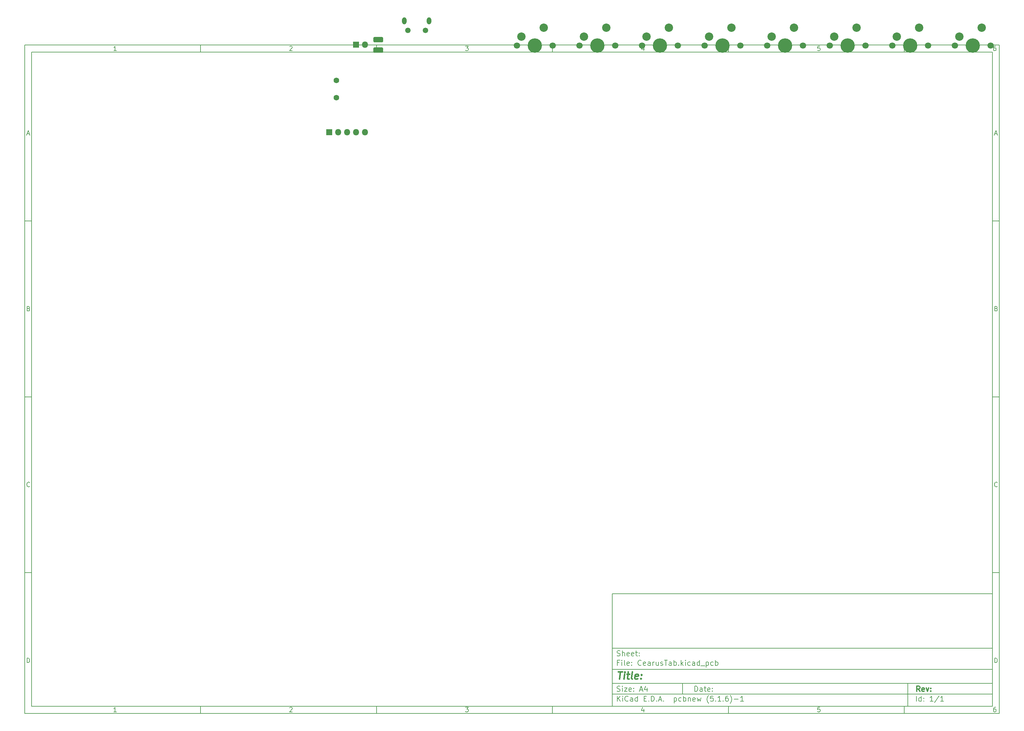
<source format=gbr>
%TF.GenerationSoftware,KiCad,Pcbnew,(5.1.6)-1*%
%TF.CreationDate,2021-02-12T14:30:02+03:00*%
%TF.ProjectId,CearusTab,43656172-7573-4546-9162-2e6b69636164,rev?*%
%TF.SameCoordinates,Original*%
%TF.FileFunction,Soldermask,Bot*%
%TF.FilePolarity,Negative*%
%FSLAX46Y46*%
G04 Gerber Fmt 4.6, Leading zero omitted, Abs format (unit mm)*
G04 Created by KiCad (PCBNEW (5.1.6)-1) date 2021-02-12 14:30:02*
%MOMM*%
%LPD*%
G01*
G04 APERTURE LIST*
%ADD10C,0.100000*%
%ADD11C,0.150000*%
%ADD12C,0.300000*%
%ADD13C,0.400000*%
%ADD14C,1.600000*%
%ADD15O,1.800000X1.800000*%
%ADD16R,1.800000X1.800000*%
%ADD17C,2.386000*%
%ADD18C,4.087800*%
%ADD19C,1.801800*%
%ADD20O,1.300000X2.000000*%
%ADD21C,1.550000*%
G04 APERTURE END LIST*
D10*
D11*
X177002200Y-166007200D02*
X177002200Y-198007200D01*
X285002200Y-198007200D01*
X285002200Y-166007200D01*
X177002200Y-166007200D01*
D10*
D11*
X10000000Y-10000000D02*
X10000000Y-200007200D01*
X287002200Y-200007200D01*
X287002200Y-10000000D01*
X10000000Y-10000000D01*
D10*
D11*
X12000000Y-12000000D02*
X12000000Y-198007200D01*
X285002200Y-198007200D01*
X285002200Y-12000000D01*
X12000000Y-12000000D01*
D10*
D11*
X60000000Y-12000000D02*
X60000000Y-10000000D01*
D10*
D11*
X110000000Y-12000000D02*
X110000000Y-10000000D01*
D10*
D11*
X160000000Y-12000000D02*
X160000000Y-10000000D01*
D10*
D11*
X210000000Y-12000000D02*
X210000000Y-10000000D01*
D10*
D11*
X260000000Y-12000000D02*
X260000000Y-10000000D01*
D10*
D11*
X36065476Y-11588095D02*
X35322619Y-11588095D01*
X35694047Y-11588095D02*
X35694047Y-10288095D01*
X35570238Y-10473809D01*
X35446428Y-10597619D01*
X35322619Y-10659523D01*
D10*
D11*
X85322619Y-10411904D02*
X85384523Y-10350000D01*
X85508333Y-10288095D01*
X85817857Y-10288095D01*
X85941666Y-10350000D01*
X86003571Y-10411904D01*
X86065476Y-10535714D01*
X86065476Y-10659523D01*
X86003571Y-10845238D01*
X85260714Y-11588095D01*
X86065476Y-11588095D01*
D10*
D11*
X135260714Y-10288095D02*
X136065476Y-10288095D01*
X135632142Y-10783333D01*
X135817857Y-10783333D01*
X135941666Y-10845238D01*
X136003571Y-10907142D01*
X136065476Y-11030952D01*
X136065476Y-11340476D01*
X136003571Y-11464285D01*
X135941666Y-11526190D01*
X135817857Y-11588095D01*
X135446428Y-11588095D01*
X135322619Y-11526190D01*
X135260714Y-11464285D01*
D10*
D11*
X185941666Y-10721428D02*
X185941666Y-11588095D01*
X185632142Y-10226190D02*
X185322619Y-11154761D01*
X186127380Y-11154761D01*
D10*
D11*
X236003571Y-10288095D02*
X235384523Y-10288095D01*
X235322619Y-10907142D01*
X235384523Y-10845238D01*
X235508333Y-10783333D01*
X235817857Y-10783333D01*
X235941666Y-10845238D01*
X236003571Y-10907142D01*
X236065476Y-11030952D01*
X236065476Y-11340476D01*
X236003571Y-11464285D01*
X235941666Y-11526190D01*
X235817857Y-11588095D01*
X235508333Y-11588095D01*
X235384523Y-11526190D01*
X235322619Y-11464285D01*
D10*
D11*
X285941666Y-10288095D02*
X285694047Y-10288095D01*
X285570238Y-10350000D01*
X285508333Y-10411904D01*
X285384523Y-10597619D01*
X285322619Y-10845238D01*
X285322619Y-11340476D01*
X285384523Y-11464285D01*
X285446428Y-11526190D01*
X285570238Y-11588095D01*
X285817857Y-11588095D01*
X285941666Y-11526190D01*
X286003571Y-11464285D01*
X286065476Y-11340476D01*
X286065476Y-11030952D01*
X286003571Y-10907142D01*
X285941666Y-10845238D01*
X285817857Y-10783333D01*
X285570238Y-10783333D01*
X285446428Y-10845238D01*
X285384523Y-10907142D01*
X285322619Y-11030952D01*
D10*
D11*
X60000000Y-198007200D02*
X60000000Y-200007200D01*
D10*
D11*
X110000000Y-198007200D02*
X110000000Y-200007200D01*
D10*
D11*
X160000000Y-198007200D02*
X160000000Y-200007200D01*
D10*
D11*
X210000000Y-198007200D02*
X210000000Y-200007200D01*
D10*
D11*
X260000000Y-198007200D02*
X260000000Y-200007200D01*
D10*
D11*
X36065476Y-199595295D02*
X35322619Y-199595295D01*
X35694047Y-199595295D02*
X35694047Y-198295295D01*
X35570238Y-198481009D01*
X35446428Y-198604819D01*
X35322619Y-198666723D01*
D10*
D11*
X85322619Y-198419104D02*
X85384523Y-198357200D01*
X85508333Y-198295295D01*
X85817857Y-198295295D01*
X85941666Y-198357200D01*
X86003571Y-198419104D01*
X86065476Y-198542914D01*
X86065476Y-198666723D01*
X86003571Y-198852438D01*
X85260714Y-199595295D01*
X86065476Y-199595295D01*
D10*
D11*
X135260714Y-198295295D02*
X136065476Y-198295295D01*
X135632142Y-198790533D01*
X135817857Y-198790533D01*
X135941666Y-198852438D01*
X136003571Y-198914342D01*
X136065476Y-199038152D01*
X136065476Y-199347676D01*
X136003571Y-199471485D01*
X135941666Y-199533390D01*
X135817857Y-199595295D01*
X135446428Y-199595295D01*
X135322619Y-199533390D01*
X135260714Y-199471485D01*
D10*
D11*
X185941666Y-198728628D02*
X185941666Y-199595295D01*
X185632142Y-198233390D02*
X185322619Y-199161961D01*
X186127380Y-199161961D01*
D10*
D11*
X236003571Y-198295295D02*
X235384523Y-198295295D01*
X235322619Y-198914342D01*
X235384523Y-198852438D01*
X235508333Y-198790533D01*
X235817857Y-198790533D01*
X235941666Y-198852438D01*
X236003571Y-198914342D01*
X236065476Y-199038152D01*
X236065476Y-199347676D01*
X236003571Y-199471485D01*
X235941666Y-199533390D01*
X235817857Y-199595295D01*
X235508333Y-199595295D01*
X235384523Y-199533390D01*
X235322619Y-199471485D01*
D10*
D11*
X285941666Y-198295295D02*
X285694047Y-198295295D01*
X285570238Y-198357200D01*
X285508333Y-198419104D01*
X285384523Y-198604819D01*
X285322619Y-198852438D01*
X285322619Y-199347676D01*
X285384523Y-199471485D01*
X285446428Y-199533390D01*
X285570238Y-199595295D01*
X285817857Y-199595295D01*
X285941666Y-199533390D01*
X286003571Y-199471485D01*
X286065476Y-199347676D01*
X286065476Y-199038152D01*
X286003571Y-198914342D01*
X285941666Y-198852438D01*
X285817857Y-198790533D01*
X285570238Y-198790533D01*
X285446428Y-198852438D01*
X285384523Y-198914342D01*
X285322619Y-199038152D01*
D10*
D11*
X10000000Y-60000000D02*
X12000000Y-60000000D01*
D10*
D11*
X10000000Y-110000000D02*
X12000000Y-110000000D01*
D10*
D11*
X10000000Y-160000000D02*
X12000000Y-160000000D01*
D10*
D11*
X10690476Y-35216666D02*
X11309523Y-35216666D01*
X10566666Y-35588095D02*
X11000000Y-34288095D01*
X11433333Y-35588095D01*
D10*
D11*
X11092857Y-84907142D02*
X11278571Y-84969047D01*
X11340476Y-85030952D01*
X11402380Y-85154761D01*
X11402380Y-85340476D01*
X11340476Y-85464285D01*
X11278571Y-85526190D01*
X11154761Y-85588095D01*
X10659523Y-85588095D01*
X10659523Y-84288095D01*
X11092857Y-84288095D01*
X11216666Y-84350000D01*
X11278571Y-84411904D01*
X11340476Y-84535714D01*
X11340476Y-84659523D01*
X11278571Y-84783333D01*
X11216666Y-84845238D01*
X11092857Y-84907142D01*
X10659523Y-84907142D01*
D10*
D11*
X11402380Y-135464285D02*
X11340476Y-135526190D01*
X11154761Y-135588095D01*
X11030952Y-135588095D01*
X10845238Y-135526190D01*
X10721428Y-135402380D01*
X10659523Y-135278571D01*
X10597619Y-135030952D01*
X10597619Y-134845238D01*
X10659523Y-134597619D01*
X10721428Y-134473809D01*
X10845238Y-134350000D01*
X11030952Y-134288095D01*
X11154761Y-134288095D01*
X11340476Y-134350000D01*
X11402380Y-134411904D01*
D10*
D11*
X10659523Y-185588095D02*
X10659523Y-184288095D01*
X10969047Y-184288095D01*
X11154761Y-184350000D01*
X11278571Y-184473809D01*
X11340476Y-184597619D01*
X11402380Y-184845238D01*
X11402380Y-185030952D01*
X11340476Y-185278571D01*
X11278571Y-185402380D01*
X11154761Y-185526190D01*
X10969047Y-185588095D01*
X10659523Y-185588095D01*
D10*
D11*
X287002200Y-60000000D02*
X285002200Y-60000000D01*
D10*
D11*
X287002200Y-110000000D02*
X285002200Y-110000000D01*
D10*
D11*
X287002200Y-160000000D02*
X285002200Y-160000000D01*
D10*
D11*
X285692676Y-35216666D02*
X286311723Y-35216666D01*
X285568866Y-35588095D02*
X286002200Y-34288095D01*
X286435533Y-35588095D01*
D10*
D11*
X286095057Y-84907142D02*
X286280771Y-84969047D01*
X286342676Y-85030952D01*
X286404580Y-85154761D01*
X286404580Y-85340476D01*
X286342676Y-85464285D01*
X286280771Y-85526190D01*
X286156961Y-85588095D01*
X285661723Y-85588095D01*
X285661723Y-84288095D01*
X286095057Y-84288095D01*
X286218866Y-84350000D01*
X286280771Y-84411904D01*
X286342676Y-84535714D01*
X286342676Y-84659523D01*
X286280771Y-84783333D01*
X286218866Y-84845238D01*
X286095057Y-84907142D01*
X285661723Y-84907142D01*
D10*
D11*
X286404580Y-135464285D02*
X286342676Y-135526190D01*
X286156961Y-135588095D01*
X286033152Y-135588095D01*
X285847438Y-135526190D01*
X285723628Y-135402380D01*
X285661723Y-135278571D01*
X285599819Y-135030952D01*
X285599819Y-134845238D01*
X285661723Y-134597619D01*
X285723628Y-134473809D01*
X285847438Y-134350000D01*
X286033152Y-134288095D01*
X286156961Y-134288095D01*
X286342676Y-134350000D01*
X286404580Y-134411904D01*
D10*
D11*
X285661723Y-185588095D02*
X285661723Y-184288095D01*
X285971247Y-184288095D01*
X286156961Y-184350000D01*
X286280771Y-184473809D01*
X286342676Y-184597619D01*
X286404580Y-184845238D01*
X286404580Y-185030952D01*
X286342676Y-185278571D01*
X286280771Y-185402380D01*
X286156961Y-185526190D01*
X285971247Y-185588095D01*
X285661723Y-185588095D01*
D10*
D11*
X200434342Y-193785771D02*
X200434342Y-192285771D01*
X200791485Y-192285771D01*
X201005771Y-192357200D01*
X201148628Y-192500057D01*
X201220057Y-192642914D01*
X201291485Y-192928628D01*
X201291485Y-193142914D01*
X201220057Y-193428628D01*
X201148628Y-193571485D01*
X201005771Y-193714342D01*
X200791485Y-193785771D01*
X200434342Y-193785771D01*
X202577200Y-193785771D02*
X202577200Y-193000057D01*
X202505771Y-192857200D01*
X202362914Y-192785771D01*
X202077200Y-192785771D01*
X201934342Y-192857200D01*
X202577200Y-193714342D02*
X202434342Y-193785771D01*
X202077200Y-193785771D01*
X201934342Y-193714342D01*
X201862914Y-193571485D01*
X201862914Y-193428628D01*
X201934342Y-193285771D01*
X202077200Y-193214342D01*
X202434342Y-193214342D01*
X202577200Y-193142914D01*
X203077200Y-192785771D02*
X203648628Y-192785771D01*
X203291485Y-192285771D02*
X203291485Y-193571485D01*
X203362914Y-193714342D01*
X203505771Y-193785771D01*
X203648628Y-193785771D01*
X204720057Y-193714342D02*
X204577200Y-193785771D01*
X204291485Y-193785771D01*
X204148628Y-193714342D01*
X204077200Y-193571485D01*
X204077200Y-193000057D01*
X204148628Y-192857200D01*
X204291485Y-192785771D01*
X204577200Y-192785771D01*
X204720057Y-192857200D01*
X204791485Y-193000057D01*
X204791485Y-193142914D01*
X204077200Y-193285771D01*
X205434342Y-193642914D02*
X205505771Y-193714342D01*
X205434342Y-193785771D01*
X205362914Y-193714342D01*
X205434342Y-193642914D01*
X205434342Y-193785771D01*
X205434342Y-192857200D02*
X205505771Y-192928628D01*
X205434342Y-193000057D01*
X205362914Y-192928628D01*
X205434342Y-192857200D01*
X205434342Y-193000057D01*
D10*
D11*
X177002200Y-194507200D02*
X285002200Y-194507200D01*
D10*
D11*
X178434342Y-196585771D02*
X178434342Y-195085771D01*
X179291485Y-196585771D02*
X178648628Y-195728628D01*
X179291485Y-195085771D02*
X178434342Y-195942914D01*
X179934342Y-196585771D02*
X179934342Y-195585771D01*
X179934342Y-195085771D02*
X179862914Y-195157200D01*
X179934342Y-195228628D01*
X180005771Y-195157200D01*
X179934342Y-195085771D01*
X179934342Y-195228628D01*
X181505771Y-196442914D02*
X181434342Y-196514342D01*
X181220057Y-196585771D01*
X181077200Y-196585771D01*
X180862914Y-196514342D01*
X180720057Y-196371485D01*
X180648628Y-196228628D01*
X180577200Y-195942914D01*
X180577200Y-195728628D01*
X180648628Y-195442914D01*
X180720057Y-195300057D01*
X180862914Y-195157200D01*
X181077200Y-195085771D01*
X181220057Y-195085771D01*
X181434342Y-195157200D01*
X181505771Y-195228628D01*
X182791485Y-196585771D02*
X182791485Y-195800057D01*
X182720057Y-195657200D01*
X182577200Y-195585771D01*
X182291485Y-195585771D01*
X182148628Y-195657200D01*
X182791485Y-196514342D02*
X182648628Y-196585771D01*
X182291485Y-196585771D01*
X182148628Y-196514342D01*
X182077200Y-196371485D01*
X182077200Y-196228628D01*
X182148628Y-196085771D01*
X182291485Y-196014342D01*
X182648628Y-196014342D01*
X182791485Y-195942914D01*
X184148628Y-196585771D02*
X184148628Y-195085771D01*
X184148628Y-196514342D02*
X184005771Y-196585771D01*
X183720057Y-196585771D01*
X183577200Y-196514342D01*
X183505771Y-196442914D01*
X183434342Y-196300057D01*
X183434342Y-195871485D01*
X183505771Y-195728628D01*
X183577200Y-195657200D01*
X183720057Y-195585771D01*
X184005771Y-195585771D01*
X184148628Y-195657200D01*
X186005771Y-195800057D02*
X186505771Y-195800057D01*
X186720057Y-196585771D02*
X186005771Y-196585771D01*
X186005771Y-195085771D01*
X186720057Y-195085771D01*
X187362914Y-196442914D02*
X187434342Y-196514342D01*
X187362914Y-196585771D01*
X187291485Y-196514342D01*
X187362914Y-196442914D01*
X187362914Y-196585771D01*
X188077200Y-196585771D02*
X188077200Y-195085771D01*
X188434342Y-195085771D01*
X188648628Y-195157200D01*
X188791485Y-195300057D01*
X188862914Y-195442914D01*
X188934342Y-195728628D01*
X188934342Y-195942914D01*
X188862914Y-196228628D01*
X188791485Y-196371485D01*
X188648628Y-196514342D01*
X188434342Y-196585771D01*
X188077200Y-196585771D01*
X189577200Y-196442914D02*
X189648628Y-196514342D01*
X189577200Y-196585771D01*
X189505771Y-196514342D01*
X189577200Y-196442914D01*
X189577200Y-196585771D01*
X190220057Y-196157200D02*
X190934342Y-196157200D01*
X190077200Y-196585771D02*
X190577200Y-195085771D01*
X191077200Y-196585771D01*
X191577200Y-196442914D02*
X191648628Y-196514342D01*
X191577200Y-196585771D01*
X191505771Y-196514342D01*
X191577200Y-196442914D01*
X191577200Y-196585771D01*
X194577200Y-195585771D02*
X194577200Y-197085771D01*
X194577200Y-195657200D02*
X194720057Y-195585771D01*
X195005771Y-195585771D01*
X195148628Y-195657200D01*
X195220057Y-195728628D01*
X195291485Y-195871485D01*
X195291485Y-196300057D01*
X195220057Y-196442914D01*
X195148628Y-196514342D01*
X195005771Y-196585771D01*
X194720057Y-196585771D01*
X194577200Y-196514342D01*
X196577200Y-196514342D02*
X196434342Y-196585771D01*
X196148628Y-196585771D01*
X196005771Y-196514342D01*
X195934342Y-196442914D01*
X195862914Y-196300057D01*
X195862914Y-195871485D01*
X195934342Y-195728628D01*
X196005771Y-195657200D01*
X196148628Y-195585771D01*
X196434342Y-195585771D01*
X196577200Y-195657200D01*
X197220057Y-196585771D02*
X197220057Y-195085771D01*
X197220057Y-195657200D02*
X197362914Y-195585771D01*
X197648628Y-195585771D01*
X197791485Y-195657200D01*
X197862914Y-195728628D01*
X197934342Y-195871485D01*
X197934342Y-196300057D01*
X197862914Y-196442914D01*
X197791485Y-196514342D01*
X197648628Y-196585771D01*
X197362914Y-196585771D01*
X197220057Y-196514342D01*
X198577200Y-195585771D02*
X198577200Y-196585771D01*
X198577200Y-195728628D02*
X198648628Y-195657200D01*
X198791485Y-195585771D01*
X199005771Y-195585771D01*
X199148628Y-195657200D01*
X199220057Y-195800057D01*
X199220057Y-196585771D01*
X200505771Y-196514342D02*
X200362914Y-196585771D01*
X200077200Y-196585771D01*
X199934342Y-196514342D01*
X199862914Y-196371485D01*
X199862914Y-195800057D01*
X199934342Y-195657200D01*
X200077200Y-195585771D01*
X200362914Y-195585771D01*
X200505771Y-195657200D01*
X200577200Y-195800057D01*
X200577200Y-195942914D01*
X199862914Y-196085771D01*
X201077200Y-195585771D02*
X201362914Y-196585771D01*
X201648628Y-195871485D01*
X201934342Y-196585771D01*
X202220057Y-195585771D01*
X204362914Y-197157200D02*
X204291485Y-197085771D01*
X204148628Y-196871485D01*
X204077200Y-196728628D01*
X204005771Y-196514342D01*
X203934342Y-196157200D01*
X203934342Y-195871485D01*
X204005771Y-195514342D01*
X204077200Y-195300057D01*
X204148628Y-195157200D01*
X204291485Y-194942914D01*
X204362914Y-194871485D01*
X205648628Y-195085771D02*
X204934342Y-195085771D01*
X204862914Y-195800057D01*
X204934342Y-195728628D01*
X205077200Y-195657200D01*
X205434342Y-195657200D01*
X205577200Y-195728628D01*
X205648628Y-195800057D01*
X205720057Y-195942914D01*
X205720057Y-196300057D01*
X205648628Y-196442914D01*
X205577200Y-196514342D01*
X205434342Y-196585771D01*
X205077200Y-196585771D01*
X204934342Y-196514342D01*
X204862914Y-196442914D01*
X206362914Y-196442914D02*
X206434342Y-196514342D01*
X206362914Y-196585771D01*
X206291485Y-196514342D01*
X206362914Y-196442914D01*
X206362914Y-196585771D01*
X207862914Y-196585771D02*
X207005771Y-196585771D01*
X207434342Y-196585771D02*
X207434342Y-195085771D01*
X207291485Y-195300057D01*
X207148628Y-195442914D01*
X207005771Y-195514342D01*
X208505771Y-196442914D02*
X208577200Y-196514342D01*
X208505771Y-196585771D01*
X208434342Y-196514342D01*
X208505771Y-196442914D01*
X208505771Y-196585771D01*
X209862914Y-195085771D02*
X209577200Y-195085771D01*
X209434342Y-195157200D01*
X209362914Y-195228628D01*
X209220057Y-195442914D01*
X209148628Y-195728628D01*
X209148628Y-196300057D01*
X209220057Y-196442914D01*
X209291485Y-196514342D01*
X209434342Y-196585771D01*
X209720057Y-196585771D01*
X209862914Y-196514342D01*
X209934342Y-196442914D01*
X210005771Y-196300057D01*
X210005771Y-195942914D01*
X209934342Y-195800057D01*
X209862914Y-195728628D01*
X209720057Y-195657200D01*
X209434342Y-195657200D01*
X209291485Y-195728628D01*
X209220057Y-195800057D01*
X209148628Y-195942914D01*
X210505771Y-197157200D02*
X210577200Y-197085771D01*
X210720057Y-196871485D01*
X210791485Y-196728628D01*
X210862914Y-196514342D01*
X210934342Y-196157200D01*
X210934342Y-195871485D01*
X210862914Y-195514342D01*
X210791485Y-195300057D01*
X210720057Y-195157200D01*
X210577200Y-194942914D01*
X210505771Y-194871485D01*
X211648628Y-196014342D02*
X212791485Y-196014342D01*
X214291485Y-196585771D02*
X213434342Y-196585771D01*
X213862914Y-196585771D02*
X213862914Y-195085771D01*
X213720057Y-195300057D01*
X213577200Y-195442914D01*
X213434342Y-195514342D01*
D10*
D11*
X177002200Y-191507200D02*
X285002200Y-191507200D01*
D10*
D12*
X264411485Y-193785771D02*
X263911485Y-193071485D01*
X263554342Y-193785771D02*
X263554342Y-192285771D01*
X264125771Y-192285771D01*
X264268628Y-192357200D01*
X264340057Y-192428628D01*
X264411485Y-192571485D01*
X264411485Y-192785771D01*
X264340057Y-192928628D01*
X264268628Y-193000057D01*
X264125771Y-193071485D01*
X263554342Y-193071485D01*
X265625771Y-193714342D02*
X265482914Y-193785771D01*
X265197200Y-193785771D01*
X265054342Y-193714342D01*
X264982914Y-193571485D01*
X264982914Y-193000057D01*
X265054342Y-192857200D01*
X265197200Y-192785771D01*
X265482914Y-192785771D01*
X265625771Y-192857200D01*
X265697200Y-193000057D01*
X265697200Y-193142914D01*
X264982914Y-193285771D01*
X266197200Y-192785771D02*
X266554342Y-193785771D01*
X266911485Y-192785771D01*
X267482914Y-193642914D02*
X267554342Y-193714342D01*
X267482914Y-193785771D01*
X267411485Y-193714342D01*
X267482914Y-193642914D01*
X267482914Y-193785771D01*
X267482914Y-192857200D02*
X267554342Y-192928628D01*
X267482914Y-193000057D01*
X267411485Y-192928628D01*
X267482914Y-192857200D01*
X267482914Y-193000057D01*
D10*
D11*
X178362914Y-193714342D02*
X178577200Y-193785771D01*
X178934342Y-193785771D01*
X179077200Y-193714342D01*
X179148628Y-193642914D01*
X179220057Y-193500057D01*
X179220057Y-193357200D01*
X179148628Y-193214342D01*
X179077200Y-193142914D01*
X178934342Y-193071485D01*
X178648628Y-193000057D01*
X178505771Y-192928628D01*
X178434342Y-192857200D01*
X178362914Y-192714342D01*
X178362914Y-192571485D01*
X178434342Y-192428628D01*
X178505771Y-192357200D01*
X178648628Y-192285771D01*
X179005771Y-192285771D01*
X179220057Y-192357200D01*
X179862914Y-193785771D02*
X179862914Y-192785771D01*
X179862914Y-192285771D02*
X179791485Y-192357200D01*
X179862914Y-192428628D01*
X179934342Y-192357200D01*
X179862914Y-192285771D01*
X179862914Y-192428628D01*
X180434342Y-192785771D02*
X181220057Y-192785771D01*
X180434342Y-193785771D01*
X181220057Y-193785771D01*
X182362914Y-193714342D02*
X182220057Y-193785771D01*
X181934342Y-193785771D01*
X181791485Y-193714342D01*
X181720057Y-193571485D01*
X181720057Y-193000057D01*
X181791485Y-192857200D01*
X181934342Y-192785771D01*
X182220057Y-192785771D01*
X182362914Y-192857200D01*
X182434342Y-193000057D01*
X182434342Y-193142914D01*
X181720057Y-193285771D01*
X183077200Y-193642914D02*
X183148628Y-193714342D01*
X183077200Y-193785771D01*
X183005771Y-193714342D01*
X183077200Y-193642914D01*
X183077200Y-193785771D01*
X183077200Y-192857200D02*
X183148628Y-192928628D01*
X183077200Y-193000057D01*
X183005771Y-192928628D01*
X183077200Y-192857200D01*
X183077200Y-193000057D01*
X184862914Y-193357200D02*
X185577200Y-193357200D01*
X184720057Y-193785771D02*
X185220057Y-192285771D01*
X185720057Y-193785771D01*
X186862914Y-192785771D02*
X186862914Y-193785771D01*
X186505771Y-192214342D02*
X186148628Y-193285771D01*
X187077200Y-193285771D01*
D10*
D11*
X263434342Y-196585771D02*
X263434342Y-195085771D01*
X264791485Y-196585771D02*
X264791485Y-195085771D01*
X264791485Y-196514342D02*
X264648628Y-196585771D01*
X264362914Y-196585771D01*
X264220057Y-196514342D01*
X264148628Y-196442914D01*
X264077200Y-196300057D01*
X264077200Y-195871485D01*
X264148628Y-195728628D01*
X264220057Y-195657200D01*
X264362914Y-195585771D01*
X264648628Y-195585771D01*
X264791485Y-195657200D01*
X265505771Y-196442914D02*
X265577200Y-196514342D01*
X265505771Y-196585771D01*
X265434342Y-196514342D01*
X265505771Y-196442914D01*
X265505771Y-196585771D01*
X265505771Y-195657200D02*
X265577200Y-195728628D01*
X265505771Y-195800057D01*
X265434342Y-195728628D01*
X265505771Y-195657200D01*
X265505771Y-195800057D01*
X268148628Y-196585771D02*
X267291485Y-196585771D01*
X267720057Y-196585771D02*
X267720057Y-195085771D01*
X267577200Y-195300057D01*
X267434342Y-195442914D01*
X267291485Y-195514342D01*
X269862914Y-195014342D02*
X268577200Y-196942914D01*
X271148628Y-196585771D02*
X270291485Y-196585771D01*
X270720057Y-196585771D02*
X270720057Y-195085771D01*
X270577200Y-195300057D01*
X270434342Y-195442914D01*
X270291485Y-195514342D01*
D10*
D11*
X177002200Y-187507200D02*
X285002200Y-187507200D01*
D10*
D13*
X178714580Y-188211961D02*
X179857438Y-188211961D01*
X179036009Y-190211961D02*
X179286009Y-188211961D01*
X180274104Y-190211961D02*
X180440771Y-188878628D01*
X180524104Y-188211961D02*
X180416961Y-188307200D01*
X180500295Y-188402438D01*
X180607438Y-188307200D01*
X180524104Y-188211961D01*
X180500295Y-188402438D01*
X181107438Y-188878628D02*
X181869342Y-188878628D01*
X181476485Y-188211961D02*
X181262200Y-189926247D01*
X181333628Y-190116723D01*
X181512200Y-190211961D01*
X181702676Y-190211961D01*
X182655057Y-190211961D02*
X182476485Y-190116723D01*
X182405057Y-189926247D01*
X182619342Y-188211961D01*
X184190771Y-190116723D02*
X183988390Y-190211961D01*
X183607438Y-190211961D01*
X183428866Y-190116723D01*
X183357438Y-189926247D01*
X183452676Y-189164342D01*
X183571723Y-188973866D01*
X183774104Y-188878628D01*
X184155057Y-188878628D01*
X184333628Y-188973866D01*
X184405057Y-189164342D01*
X184381247Y-189354819D01*
X183405057Y-189545295D01*
X185155057Y-190021485D02*
X185238390Y-190116723D01*
X185131247Y-190211961D01*
X185047914Y-190116723D01*
X185155057Y-190021485D01*
X185131247Y-190211961D01*
X185286009Y-188973866D02*
X185369342Y-189069104D01*
X185262200Y-189164342D01*
X185178866Y-189069104D01*
X185286009Y-188973866D01*
X185262200Y-189164342D01*
D10*
D11*
X178934342Y-185600057D02*
X178434342Y-185600057D01*
X178434342Y-186385771D02*
X178434342Y-184885771D01*
X179148628Y-184885771D01*
X179720057Y-186385771D02*
X179720057Y-185385771D01*
X179720057Y-184885771D02*
X179648628Y-184957200D01*
X179720057Y-185028628D01*
X179791485Y-184957200D01*
X179720057Y-184885771D01*
X179720057Y-185028628D01*
X180648628Y-186385771D02*
X180505771Y-186314342D01*
X180434342Y-186171485D01*
X180434342Y-184885771D01*
X181791485Y-186314342D02*
X181648628Y-186385771D01*
X181362914Y-186385771D01*
X181220057Y-186314342D01*
X181148628Y-186171485D01*
X181148628Y-185600057D01*
X181220057Y-185457200D01*
X181362914Y-185385771D01*
X181648628Y-185385771D01*
X181791485Y-185457200D01*
X181862914Y-185600057D01*
X181862914Y-185742914D01*
X181148628Y-185885771D01*
X182505771Y-186242914D02*
X182577200Y-186314342D01*
X182505771Y-186385771D01*
X182434342Y-186314342D01*
X182505771Y-186242914D01*
X182505771Y-186385771D01*
X182505771Y-185457200D02*
X182577200Y-185528628D01*
X182505771Y-185600057D01*
X182434342Y-185528628D01*
X182505771Y-185457200D01*
X182505771Y-185600057D01*
X185220057Y-186242914D02*
X185148628Y-186314342D01*
X184934342Y-186385771D01*
X184791485Y-186385771D01*
X184577200Y-186314342D01*
X184434342Y-186171485D01*
X184362914Y-186028628D01*
X184291485Y-185742914D01*
X184291485Y-185528628D01*
X184362914Y-185242914D01*
X184434342Y-185100057D01*
X184577200Y-184957200D01*
X184791485Y-184885771D01*
X184934342Y-184885771D01*
X185148628Y-184957200D01*
X185220057Y-185028628D01*
X186434342Y-186314342D02*
X186291485Y-186385771D01*
X186005771Y-186385771D01*
X185862914Y-186314342D01*
X185791485Y-186171485D01*
X185791485Y-185600057D01*
X185862914Y-185457200D01*
X186005771Y-185385771D01*
X186291485Y-185385771D01*
X186434342Y-185457200D01*
X186505771Y-185600057D01*
X186505771Y-185742914D01*
X185791485Y-185885771D01*
X187791485Y-186385771D02*
X187791485Y-185600057D01*
X187720057Y-185457200D01*
X187577200Y-185385771D01*
X187291485Y-185385771D01*
X187148628Y-185457200D01*
X187791485Y-186314342D02*
X187648628Y-186385771D01*
X187291485Y-186385771D01*
X187148628Y-186314342D01*
X187077200Y-186171485D01*
X187077200Y-186028628D01*
X187148628Y-185885771D01*
X187291485Y-185814342D01*
X187648628Y-185814342D01*
X187791485Y-185742914D01*
X188505771Y-186385771D02*
X188505771Y-185385771D01*
X188505771Y-185671485D02*
X188577200Y-185528628D01*
X188648628Y-185457200D01*
X188791485Y-185385771D01*
X188934342Y-185385771D01*
X190077200Y-185385771D02*
X190077200Y-186385771D01*
X189434342Y-185385771D02*
X189434342Y-186171485D01*
X189505771Y-186314342D01*
X189648628Y-186385771D01*
X189862914Y-186385771D01*
X190005771Y-186314342D01*
X190077200Y-186242914D01*
X190720057Y-186314342D02*
X190862914Y-186385771D01*
X191148628Y-186385771D01*
X191291485Y-186314342D01*
X191362914Y-186171485D01*
X191362914Y-186100057D01*
X191291485Y-185957200D01*
X191148628Y-185885771D01*
X190934342Y-185885771D01*
X190791485Y-185814342D01*
X190720057Y-185671485D01*
X190720057Y-185600057D01*
X190791485Y-185457200D01*
X190934342Y-185385771D01*
X191148628Y-185385771D01*
X191291485Y-185457200D01*
X191791485Y-184885771D02*
X192648628Y-184885771D01*
X192220057Y-186385771D02*
X192220057Y-184885771D01*
X193791485Y-186385771D02*
X193791485Y-185600057D01*
X193720057Y-185457200D01*
X193577200Y-185385771D01*
X193291485Y-185385771D01*
X193148628Y-185457200D01*
X193791485Y-186314342D02*
X193648628Y-186385771D01*
X193291485Y-186385771D01*
X193148628Y-186314342D01*
X193077200Y-186171485D01*
X193077200Y-186028628D01*
X193148628Y-185885771D01*
X193291485Y-185814342D01*
X193648628Y-185814342D01*
X193791485Y-185742914D01*
X194505771Y-186385771D02*
X194505771Y-184885771D01*
X194505771Y-185457200D02*
X194648628Y-185385771D01*
X194934342Y-185385771D01*
X195077200Y-185457200D01*
X195148628Y-185528628D01*
X195220057Y-185671485D01*
X195220057Y-186100057D01*
X195148628Y-186242914D01*
X195077200Y-186314342D01*
X194934342Y-186385771D01*
X194648628Y-186385771D01*
X194505771Y-186314342D01*
X195862914Y-186242914D02*
X195934342Y-186314342D01*
X195862914Y-186385771D01*
X195791485Y-186314342D01*
X195862914Y-186242914D01*
X195862914Y-186385771D01*
X196577200Y-186385771D02*
X196577200Y-184885771D01*
X196720057Y-185814342D02*
X197148628Y-186385771D01*
X197148628Y-185385771D02*
X196577200Y-185957200D01*
X197791485Y-186385771D02*
X197791485Y-185385771D01*
X197791485Y-184885771D02*
X197720057Y-184957200D01*
X197791485Y-185028628D01*
X197862914Y-184957200D01*
X197791485Y-184885771D01*
X197791485Y-185028628D01*
X199148628Y-186314342D02*
X199005771Y-186385771D01*
X198720057Y-186385771D01*
X198577200Y-186314342D01*
X198505771Y-186242914D01*
X198434342Y-186100057D01*
X198434342Y-185671485D01*
X198505771Y-185528628D01*
X198577200Y-185457200D01*
X198720057Y-185385771D01*
X199005771Y-185385771D01*
X199148628Y-185457200D01*
X200434342Y-186385771D02*
X200434342Y-185600057D01*
X200362914Y-185457200D01*
X200220057Y-185385771D01*
X199934342Y-185385771D01*
X199791485Y-185457200D01*
X200434342Y-186314342D02*
X200291485Y-186385771D01*
X199934342Y-186385771D01*
X199791485Y-186314342D01*
X199720057Y-186171485D01*
X199720057Y-186028628D01*
X199791485Y-185885771D01*
X199934342Y-185814342D01*
X200291485Y-185814342D01*
X200434342Y-185742914D01*
X201791485Y-186385771D02*
X201791485Y-184885771D01*
X201791485Y-186314342D02*
X201648628Y-186385771D01*
X201362914Y-186385771D01*
X201220057Y-186314342D01*
X201148628Y-186242914D01*
X201077200Y-186100057D01*
X201077200Y-185671485D01*
X201148628Y-185528628D01*
X201220057Y-185457200D01*
X201362914Y-185385771D01*
X201648628Y-185385771D01*
X201791485Y-185457200D01*
X202148628Y-186528628D02*
X203291485Y-186528628D01*
X203648628Y-185385771D02*
X203648628Y-186885771D01*
X203648628Y-185457200D02*
X203791485Y-185385771D01*
X204077200Y-185385771D01*
X204220057Y-185457200D01*
X204291485Y-185528628D01*
X204362914Y-185671485D01*
X204362914Y-186100057D01*
X204291485Y-186242914D01*
X204220057Y-186314342D01*
X204077200Y-186385771D01*
X203791485Y-186385771D01*
X203648628Y-186314342D01*
X205648628Y-186314342D02*
X205505771Y-186385771D01*
X205220057Y-186385771D01*
X205077200Y-186314342D01*
X205005771Y-186242914D01*
X204934342Y-186100057D01*
X204934342Y-185671485D01*
X205005771Y-185528628D01*
X205077200Y-185457200D01*
X205220057Y-185385771D01*
X205505771Y-185385771D01*
X205648628Y-185457200D01*
X206291485Y-186385771D02*
X206291485Y-184885771D01*
X206291485Y-185457200D02*
X206434342Y-185385771D01*
X206720057Y-185385771D01*
X206862914Y-185457200D01*
X206934342Y-185528628D01*
X207005771Y-185671485D01*
X207005771Y-186100057D01*
X206934342Y-186242914D01*
X206862914Y-186314342D01*
X206720057Y-186385771D01*
X206434342Y-186385771D01*
X206291485Y-186314342D01*
D10*
D11*
X177002200Y-181507200D02*
X285002200Y-181507200D01*
D10*
D11*
X178362914Y-183614342D02*
X178577200Y-183685771D01*
X178934342Y-183685771D01*
X179077200Y-183614342D01*
X179148628Y-183542914D01*
X179220057Y-183400057D01*
X179220057Y-183257200D01*
X179148628Y-183114342D01*
X179077200Y-183042914D01*
X178934342Y-182971485D01*
X178648628Y-182900057D01*
X178505771Y-182828628D01*
X178434342Y-182757200D01*
X178362914Y-182614342D01*
X178362914Y-182471485D01*
X178434342Y-182328628D01*
X178505771Y-182257200D01*
X178648628Y-182185771D01*
X179005771Y-182185771D01*
X179220057Y-182257200D01*
X179862914Y-183685771D02*
X179862914Y-182185771D01*
X180505771Y-183685771D02*
X180505771Y-182900057D01*
X180434342Y-182757200D01*
X180291485Y-182685771D01*
X180077200Y-182685771D01*
X179934342Y-182757200D01*
X179862914Y-182828628D01*
X181791485Y-183614342D02*
X181648628Y-183685771D01*
X181362914Y-183685771D01*
X181220057Y-183614342D01*
X181148628Y-183471485D01*
X181148628Y-182900057D01*
X181220057Y-182757200D01*
X181362914Y-182685771D01*
X181648628Y-182685771D01*
X181791485Y-182757200D01*
X181862914Y-182900057D01*
X181862914Y-183042914D01*
X181148628Y-183185771D01*
X183077200Y-183614342D02*
X182934342Y-183685771D01*
X182648628Y-183685771D01*
X182505771Y-183614342D01*
X182434342Y-183471485D01*
X182434342Y-182900057D01*
X182505771Y-182757200D01*
X182648628Y-182685771D01*
X182934342Y-182685771D01*
X183077200Y-182757200D01*
X183148628Y-182900057D01*
X183148628Y-183042914D01*
X182434342Y-183185771D01*
X183577200Y-182685771D02*
X184148628Y-182685771D01*
X183791485Y-182185771D02*
X183791485Y-183471485D01*
X183862914Y-183614342D01*
X184005771Y-183685771D01*
X184148628Y-183685771D01*
X184648628Y-183542914D02*
X184720057Y-183614342D01*
X184648628Y-183685771D01*
X184577200Y-183614342D01*
X184648628Y-183542914D01*
X184648628Y-183685771D01*
X184648628Y-182757200D02*
X184720057Y-182828628D01*
X184648628Y-182900057D01*
X184577200Y-182828628D01*
X184648628Y-182757200D01*
X184648628Y-182900057D01*
D10*
D11*
X197002200Y-191507200D02*
X197002200Y-194507200D01*
D10*
D11*
X261002200Y-191507200D02*
X261002200Y-198007200D01*
D14*
%TO.C,Y1*%
X98552000Y-24946000D03*
X98552000Y-20066000D03*
%TD*%
D15*
%TO.C,usb_boot1*%
X106680000Y-9906000D03*
D16*
X104140000Y-9906000D03*
%TD*%
D17*
%TO.C,SW8*%
X281940000Y-5080000D03*
D18*
X279400000Y-10160000D03*
D17*
X275590000Y-7620000D03*
D19*
X284480000Y-10160000D03*
X274320000Y-10160000D03*
%TD*%
D17*
%TO.C,SW7*%
X264160000Y-5080000D03*
D18*
X261620000Y-10160000D03*
D17*
X257810000Y-7620000D03*
D19*
X266700000Y-10160000D03*
X256540000Y-10160000D03*
%TD*%
D17*
%TO.C,SW6*%
X246380000Y-5080000D03*
D18*
X243840000Y-10160000D03*
D17*
X240030000Y-7620000D03*
D19*
X248920000Y-10160000D03*
X238760000Y-10160000D03*
%TD*%
D17*
%TO.C,SW5*%
X228600000Y-5080000D03*
D18*
X226060000Y-10160000D03*
D17*
X222250000Y-7620000D03*
D19*
X231140000Y-10160000D03*
X220980000Y-10160000D03*
%TD*%
D17*
%TO.C,SW4*%
X210820000Y-5080000D03*
D18*
X208280000Y-10160000D03*
D17*
X204470000Y-7620000D03*
D19*
X213360000Y-10160000D03*
X203200000Y-10160000D03*
%TD*%
D17*
%TO.C,SW3*%
X193040000Y-5080000D03*
D18*
X190500000Y-10160000D03*
D17*
X186690000Y-7620000D03*
D19*
X195580000Y-10160000D03*
X185420000Y-10160000D03*
%TD*%
D17*
%TO.C,SW2*%
X175260000Y-5080000D03*
D18*
X172720000Y-10160000D03*
D17*
X168910000Y-7620000D03*
D19*
X177800000Y-10160000D03*
X167640000Y-10160000D03*
%TD*%
D17*
%TO.C,SW1*%
X157480000Y-5080000D03*
D18*
X154940000Y-10160000D03*
D17*
X151130000Y-7620000D03*
D19*
X160020000Y-10160000D03*
X149860000Y-10160000D03*
%TD*%
D15*
%TO.C,J2*%
X106680000Y-34798000D03*
X104140000Y-34798000D03*
X101600000Y-34798000D03*
X99060000Y-34798000D03*
D16*
X96520000Y-34798000D03*
%TD*%
D20*
%TO.C,J1*%
X117912000Y-3080500D03*
X124912000Y-3080500D03*
D21*
X118912000Y-5780500D03*
X123912000Y-5780500D03*
%TD*%
%TO.C,C4*%
G36*
G01*
X111597456Y-9217500D02*
X109382544Y-9217500D01*
G75*
G02*
X109115000Y-8949956I0J267544D01*
G01*
X109115000Y-7960044D01*
G75*
G02*
X109382544Y-7692500I267544J0D01*
G01*
X111597456Y-7692500D01*
G75*
G02*
X111865000Y-7960044I0J-267544D01*
G01*
X111865000Y-8949956D01*
G75*
G02*
X111597456Y-9217500I-267544J0D01*
G01*
G37*
G36*
G01*
X111597456Y-12192500D02*
X109382544Y-12192500D01*
G75*
G02*
X109115000Y-11924956I0J267544D01*
G01*
X109115000Y-10935044D01*
G75*
G02*
X109382544Y-10667500I267544J0D01*
G01*
X111597456Y-10667500D01*
G75*
G02*
X111865000Y-10935044I0J-267544D01*
G01*
X111865000Y-11924956D01*
G75*
G02*
X111597456Y-12192500I-267544J0D01*
G01*
G37*
%TD*%
M02*

</source>
